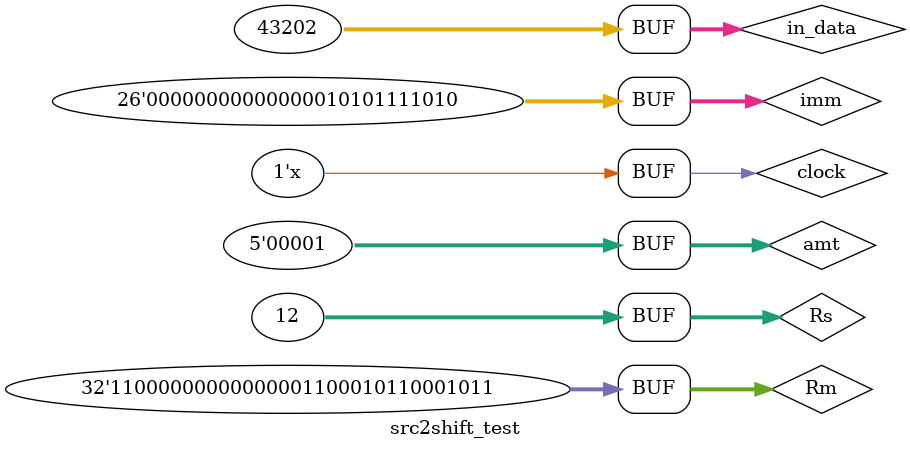
<source format=sv>
module src2shift_test();

logic clock;
logic [31:0] in_data, out_data;
logic [4:0] amt;
logic [31:0] Rs, Rm, src2;
logic [25:0] imm;

rot_right rot_right_tst(in_data, amt, out_data);
src2shift src2shift_tst(Rs, Rm, imm, src2);

always begin 
 #1 clock = ~clock;
end

initial begin
	clock = 0;
	in_data = 32'hF0F0;
	amt = 3;
	imm = 0;
	Rs = 32'h000C;
	Rm = 32'hC58A;
	
	#6 amt = 5;
	#6 in_data = 32'hA8C2;
	#6 amt = 31;
	#6 amt = 32;
	#6 amt = 33;
	
	#50 imm[25] = 1;
	    imm[11:0] = 12'b001011010110;
		 
	#10 imm[25] = 0;
	#5  imm[11:0] = 12'b010100001010;
	#5  imm[11:0] = 12'b010100101010;
	#5  imm[11:0] = 12'b010101001010;
	#5  imm[11:0] = 12'b010101101010;
	
	#10 imm[25] = 0; Rm = 32'hC000C58B;
	#5  imm[11:0] = 12'b010100011010;
	#5  imm[11:0] = 12'b010100111010;
	#5  imm[11:0] = 12'b010101011010;
	#5  imm[11:0] = 12'b010101111010;
	
	
	
end

endmodule
</source>
